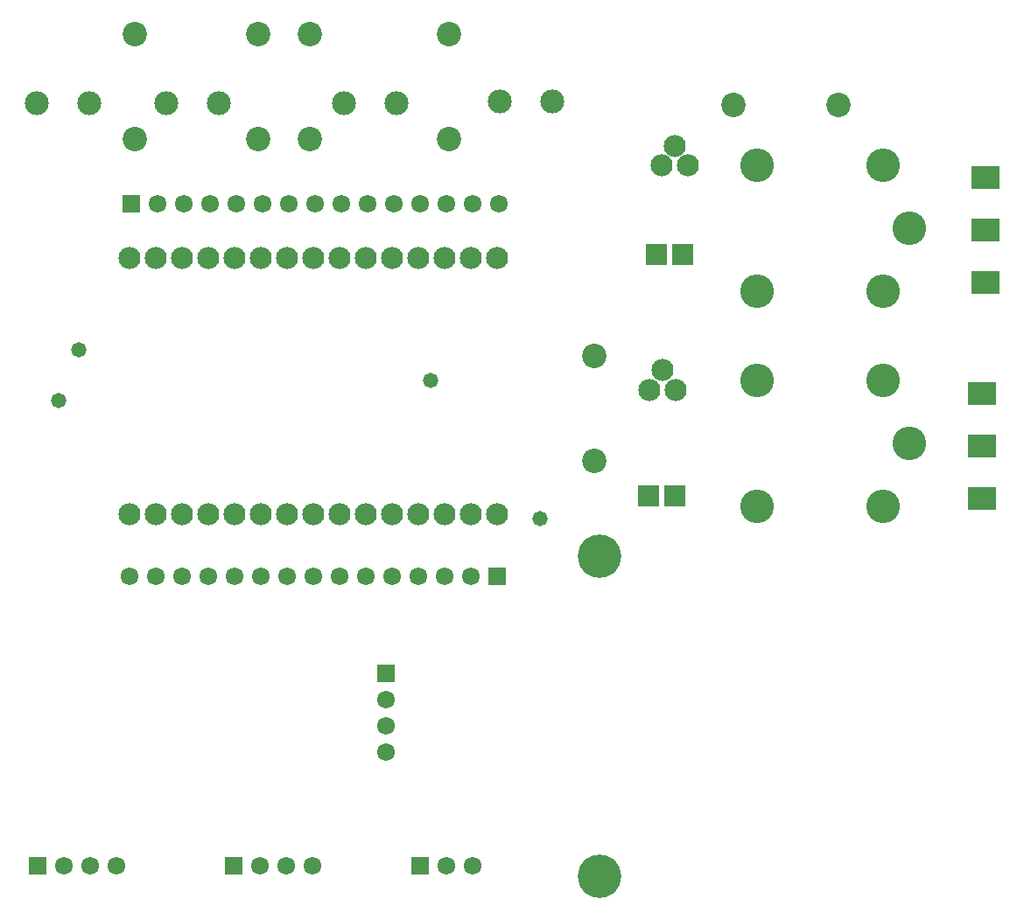
<source format=gbs>
G04*
G04 #@! TF.GenerationSoftware,Altium Limited,Altium Designer,23.6.0 (18)*
G04*
G04 Layer_Color=16711935*
%FSTAX25Y25*%
%MOIN*%
G70*
G04*
G04 #@! TF.SameCoordinates,9BEE5B86-6B9F-4FCF-B317-2D1E74663753*
G04*
G04*
G04 #@! TF.FilePolarity,Negative*
G04*
G01*
G75*
%ADD14C,0.16548*%
%ADD15C,0.09113*%
%ADD16C,0.09300*%
%ADD17C,0.08400*%
%ADD18C,0.06784*%
%ADD19R,0.06784X0.06784*%
%ADD20R,0.10642X0.08674*%
%ADD21C,0.12800*%
%ADD22R,0.07887X0.07887*%
%ADD23R,0.06784X0.06784*%
%ADD24C,0.05800*%
D14*
X028Y0107D02*
D03*
Y0229D02*
D03*
D15*
X01825Y0401624D02*
D03*
X02025D02*
D03*
X0262Y04025D02*
D03*
X0242D02*
D03*
X0115Y0401624D02*
D03*
X0135D02*
D03*
X00855D02*
D03*
X00655D02*
D03*
D16*
X02225Y0388D02*
D03*
Y0428D02*
D03*
X0169501D02*
D03*
Y0388D02*
D03*
X015Y0428D02*
D03*
Y0388D02*
D03*
X0103001Y0428D02*
D03*
Y0388D02*
D03*
X0331Y0401D02*
D03*
X0371D02*
D03*
X0278Y03055D02*
D03*
Y02655D02*
D03*
D17*
X03135Y0378D02*
D03*
X03085Y03855D02*
D03*
X03035Y0378D02*
D03*
X0309Y02925D02*
D03*
X0304Y03D02*
D03*
X0299Y02925D02*
D03*
X0100961Y0245193D02*
D03*
X0110961D02*
D03*
X0120961D02*
D03*
X0130961D02*
D03*
X0140961D02*
D03*
X0150961D02*
D03*
X0160961D02*
D03*
X0170961D02*
D03*
X0180961D02*
D03*
X0190961D02*
D03*
X0200961D02*
D03*
X0210961D02*
D03*
X0220961D02*
D03*
X0230961D02*
D03*
X0240961D02*
D03*
X0100961Y0342713D02*
D03*
X0110961D02*
D03*
X0120961D02*
D03*
X0130961D02*
D03*
X0140961D02*
D03*
X0150961D02*
D03*
X0160961D02*
D03*
X0170961D02*
D03*
X0180961D02*
D03*
X0190961D02*
D03*
X0200961D02*
D03*
X0210961D02*
D03*
X0220961D02*
D03*
X0230961D02*
D03*
X0240961D02*
D03*
D18*
X02415Y03635D02*
D03*
X02315D02*
D03*
X02215D02*
D03*
X02115D02*
D03*
X02015D02*
D03*
X01915D02*
D03*
X01815D02*
D03*
X01715D02*
D03*
X01615D02*
D03*
X01515D02*
D03*
X01415D02*
D03*
X01315D02*
D03*
X01215D02*
D03*
X01115D02*
D03*
X0101Y02215D02*
D03*
X0111D02*
D03*
X0121D02*
D03*
X0131D02*
D03*
X0141D02*
D03*
X0151D02*
D03*
X0161D02*
D03*
X0171D02*
D03*
X0181D02*
D03*
X0191D02*
D03*
X0201D02*
D03*
X0211D02*
D03*
X0221D02*
D03*
X0231D02*
D03*
X0076Y0111D02*
D03*
X0086D02*
D03*
X0096D02*
D03*
X01985Y01745D02*
D03*
Y01645D02*
D03*
Y01545D02*
D03*
X01505Y0111D02*
D03*
X01605D02*
D03*
X01705D02*
D03*
X02215D02*
D03*
X02315D02*
D03*
D19*
X01015Y03635D02*
D03*
X0241Y02215D02*
D03*
X0066Y0111D02*
D03*
X01405D02*
D03*
X02115D02*
D03*
D20*
X0427Y03535D02*
D03*
Y03335D02*
D03*
Y037345D02*
D03*
X04255Y0271D02*
D03*
Y0251D02*
D03*
Y029095D02*
D03*
D21*
X0388Y033D02*
D03*
X034Y0378D02*
D03*
X0398Y0354D02*
D03*
X034Y033D02*
D03*
X0388Y0378D02*
D03*
Y0248D02*
D03*
X034Y0296D02*
D03*
X0398Y0272D02*
D03*
X034Y0248D02*
D03*
X0388Y0296D02*
D03*
D22*
X03115Y0344D02*
D03*
X03015D02*
D03*
X03085Y0252D02*
D03*
X02985D02*
D03*
D23*
X01985Y01845D02*
D03*
D24*
X0081506Y03076D02*
D03*
X02574Y02433D02*
D03*
X02158Y02961D02*
D03*
X00741Y02884D02*
D03*
M02*

</source>
